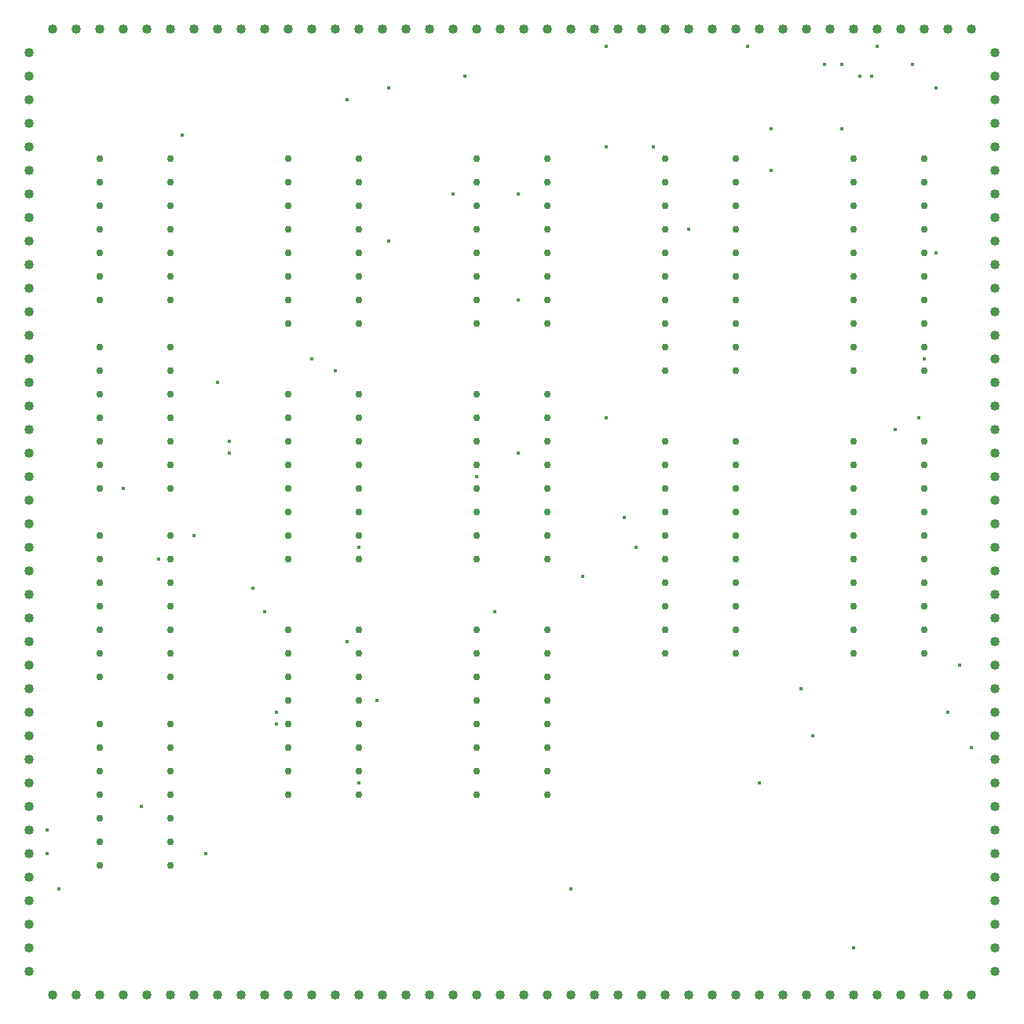
<source format=gbr>
G04 PROTEUS GERBER X2 FILE*
%TF.GenerationSoftware,Labcenter,Proteus,8.13-SP0-Build31525*%
%TF.CreationDate,2022-07-18T15:56:52+00:00*%
%TF.FileFunction,Plated,1,2,PTH*%
%TF.FilePolarity,Positive*%
%TF.Part,Single*%
%TF.SameCoordinates,{834004b6-de26-4565-9fcf-6b40b17824ff}*%
%FSLAX45Y45*%
%MOMM*%
G01*
%TA.AperFunction,ViaDrill*%
%ADD30C,0.381000*%
%TA.AperFunction,ComponentDrill*%
%ADD31C,1.016000*%
%TA.AperFunction,ComponentDrill*%
%ADD32C,0.762000*%
%TD.AperFunction*%
D30*
X+2794000Y+3873500D03*
X+2794000Y+3429000D03*
X+3365500Y+4572000D03*
X+3556000Y+4572000D03*
X+3556000Y+3873500D03*
X-2159000Y+1397000D03*
X-1905000Y+1270000D03*
X+4445000Y+1397000D03*
X-1778000Y+4191000D03*
X+4572000Y+2540000D03*
X+4572000Y+4318000D03*
X+3873500Y+4445000D03*
X+4318000Y+4572000D03*
X+1333500Y-635000D03*
X-1651000Y-635000D03*
X-2794000Y-1079500D03*
X+2667000Y-3175000D03*
X-1651000Y-3175000D03*
X+63500Y+2032000D03*
X+63500Y+3175000D03*
X+1905000Y+2794000D03*
X-190500Y-1333500D03*
X-2667000Y-1333500D03*
X+1016000Y+4762500D03*
X+1206500Y-317500D03*
X-3429000Y-508000D03*
X-3810000Y-762000D03*
X-3175000Y+1143000D03*
X-3048000Y+381000D03*
X-3048000Y+508000D03*
X-4889500Y-4318000D03*
X+635000Y-4318000D03*
X-1778000Y-1651000D03*
X+3111500Y-2159000D03*
X+3238500Y-2667000D03*
X-508000Y+4445000D03*
X+3746500Y+4445000D03*
X+1016000Y+3683000D03*
X+1524000Y+3683000D03*
X+2540000Y+4762500D03*
X+3937000Y+4762500D03*
X+4127500Y+635000D03*
X-381000Y+127000D03*
X+1016000Y+762000D03*
X+4381500Y+762000D03*
X+4699000Y-2413000D03*
X+4953000Y-2794000D03*
X-3302000Y-3937000D03*
X-5016500Y-3937000D03*
X-4000500Y-3429000D03*
X-5016500Y-3683000D03*
X+3683000Y-4953000D03*
X+762000Y-952500D03*
X-4191000Y+0D03*
X-3556000Y+3810000D03*
X-1333500Y+4318000D03*
X-1333500Y+2667000D03*
X+63500Y+381000D03*
X+4826000Y-1905000D03*
X-2540000Y-2413000D03*
X-635000Y+3175000D03*
X-2540000Y-2540000D03*
X-1460500Y-2286000D03*
D31*
X-2921000Y+4953000D03*
X-2667000Y+4953000D03*
X-2413000Y+4953000D03*
X-2159000Y+4953000D03*
X-1905000Y+4953000D03*
X-1651000Y+4953000D03*
X-1397000Y+4953000D03*
X-1143000Y+4953000D03*
X-889000Y+4953000D03*
X-635000Y+4953000D03*
X-381000Y+4953000D03*
X-127000Y+4953000D03*
X+127000Y+4953000D03*
X+381000Y+4953000D03*
X+635000Y+4953000D03*
X+889000Y+4953000D03*
X+1143000Y+4953000D03*
X+1397000Y+4953000D03*
X+1651000Y+4953000D03*
X+1905000Y+4953000D03*
X+2159000Y+4953000D03*
X+2413000Y+4953000D03*
X+2667000Y+4953000D03*
X+2921000Y+4953000D03*
X+3175000Y+4953000D03*
X+3429000Y+4953000D03*
X+3683000Y+4953000D03*
X+3937000Y+4953000D03*
X+4191000Y+4953000D03*
X+4445000Y+4953000D03*
X+4699000Y+4953000D03*
X+4953000Y+4953000D03*
X-4953000Y+4953000D03*
X-4699000Y+4953000D03*
X-4445000Y+4953000D03*
X-4191000Y+4953000D03*
X-3937000Y+4953000D03*
X-3683000Y+4953000D03*
X-3429000Y+4953000D03*
X-3175000Y+4953000D03*
X-4953000Y-5461000D03*
X-4699000Y-5461000D03*
X-4445000Y-5461000D03*
X-4191000Y-5461000D03*
X-3937000Y-5461000D03*
X-3683000Y-5461000D03*
X-3429000Y-5461000D03*
X-3175000Y-5461000D03*
X-2921000Y-5461000D03*
X-2667000Y-5461000D03*
X-2413000Y-5461000D03*
X-2159000Y-5461000D03*
X-1905000Y-5461000D03*
X-1651000Y-5461000D03*
X-1397000Y-5461000D03*
X-1143000Y-5461000D03*
X-889000Y-5461000D03*
X-635000Y-5461000D03*
X-381000Y-5461000D03*
X-127000Y-5461000D03*
X+127000Y-5461000D03*
X+381000Y-5461000D03*
X+635000Y-5461000D03*
X+889000Y-5461000D03*
X+1143000Y-5461000D03*
X+1397000Y-5461000D03*
X+1651000Y-5461000D03*
X+1905000Y-5461000D03*
X+2159000Y-5461000D03*
X+2413000Y-5461000D03*
X+2667000Y-5461000D03*
X+2921000Y-5461000D03*
X+3175000Y-5461000D03*
X+3429000Y-5461000D03*
X+3683000Y-5461000D03*
X+3937000Y-5461000D03*
X+4191000Y-5461000D03*
X+4445000Y-5461000D03*
X+4699000Y-5461000D03*
X+4953000Y-5461000D03*
X-5207000Y+4699000D03*
X-5207000Y+4445000D03*
X-5207000Y+4191000D03*
X-5207000Y+3937000D03*
X-5207000Y+3683000D03*
X-5207000Y+3429000D03*
X-5207000Y+3175000D03*
X-5207000Y+2921000D03*
X-5207000Y+2667000D03*
X-5207000Y+2413000D03*
X-5207000Y+2159000D03*
X-5207000Y+1905000D03*
X-5207000Y+1651000D03*
X-5207000Y+1397000D03*
X-5207000Y+1143000D03*
X-5207000Y+889000D03*
X-5207000Y+635000D03*
X-5207000Y+381000D03*
X-5207000Y+127000D03*
X-5207000Y-127000D03*
X-5207000Y-381000D03*
X-5207000Y-635000D03*
X-5207000Y-889000D03*
X-5207000Y-1143000D03*
X-5207000Y-1397000D03*
X-5207000Y-1651000D03*
X-5207000Y-1905000D03*
X-5207000Y-2159000D03*
X-5207000Y-2413000D03*
X-5207000Y-2667000D03*
X-5207000Y-2921000D03*
X-5207000Y-3175000D03*
X-5207000Y-3429000D03*
X-5207000Y-3683000D03*
X-5207000Y-3937000D03*
X-5207000Y-4191000D03*
X-5207000Y-4445000D03*
X-5207000Y-4699000D03*
X-5207000Y-4953000D03*
X-5207000Y-5207000D03*
X+5207000Y+4699000D03*
X+5207000Y+4445000D03*
X+5207000Y+4191000D03*
X+5207000Y+3937000D03*
X+5207000Y+3683000D03*
X+5207000Y+3429000D03*
X+5207000Y+3175000D03*
X+5207000Y+2921000D03*
X+5207000Y+2667000D03*
X+5207000Y+2413000D03*
X+5207000Y+2159000D03*
X+5207000Y+1905000D03*
X+5207000Y+1651000D03*
X+5207000Y+1397000D03*
X+5207000Y+1143000D03*
X+5207000Y+889000D03*
X+5207000Y+635000D03*
X+5207000Y+381000D03*
X+5207000Y+127000D03*
X+5207000Y-127000D03*
X+5207000Y-381000D03*
X+5207000Y-635000D03*
X+5207000Y-889000D03*
X+5207000Y-1143000D03*
X+5207000Y-1397000D03*
X+5207000Y-1651000D03*
X+5207000Y-1905000D03*
X+5207000Y-2159000D03*
X+5207000Y-2413000D03*
X+5207000Y-2667000D03*
X+5207000Y-2921000D03*
X+5207000Y-3175000D03*
X+5207000Y-3429000D03*
X+5207000Y-3683000D03*
X+5207000Y-3937000D03*
X+5207000Y-4191000D03*
X+5207000Y-4445000D03*
X+5207000Y-4699000D03*
X+5207000Y-4953000D03*
X+5207000Y-5207000D03*
D32*
X-4445000Y+3556000D03*
X-4445000Y+3302000D03*
X-4445000Y+3048000D03*
X-4445000Y+2794000D03*
X-4445000Y+2540000D03*
X-4445000Y+2286000D03*
X-4445000Y+2032000D03*
X-3683000Y+2032000D03*
X-3683000Y+2286000D03*
X-3683000Y+2540000D03*
X-3683000Y+2794000D03*
X-3683000Y+3048000D03*
X-3683000Y+3302000D03*
X-3683000Y+3556000D03*
X-4445000Y+1524000D03*
X-4445000Y+1270000D03*
X-4445000Y+1016000D03*
X-4445000Y+762000D03*
X-4445000Y+508000D03*
X-4445000Y+254000D03*
X-4445000Y+0D03*
X-3683000Y+0D03*
X-3683000Y+254000D03*
X-3683000Y+508000D03*
X-3683000Y+762000D03*
X-3683000Y+1016000D03*
X-3683000Y+1270000D03*
X-3683000Y+1524000D03*
X-4445000Y-508000D03*
X-4445000Y-762000D03*
X-4445000Y-1016000D03*
X-4445000Y-1270000D03*
X-4445000Y-1524000D03*
X-4445000Y-1778000D03*
X-4445000Y-2032000D03*
X-3683000Y-2032000D03*
X-3683000Y-1778000D03*
X-3683000Y-1524000D03*
X-3683000Y-1270000D03*
X-3683000Y-1016000D03*
X-3683000Y-762000D03*
X-3683000Y-508000D03*
X-4445000Y-2540000D03*
X-4445000Y-2794000D03*
X-4445000Y-3048000D03*
X-4445000Y-3302000D03*
X-4445000Y-3556000D03*
X-4445000Y-3810000D03*
X-4445000Y-4064000D03*
X-3683000Y-4064000D03*
X-3683000Y-3810000D03*
X-3683000Y-3556000D03*
X-3683000Y-3302000D03*
X-3683000Y-3048000D03*
X-3683000Y-2794000D03*
X-3683000Y-2540000D03*
X-2413000Y+3556000D03*
X-2413000Y+3302000D03*
X-2413000Y+3048000D03*
X-2413000Y+2794000D03*
X-2413000Y+2540000D03*
X-2413000Y+2286000D03*
X-2413000Y+2032000D03*
X-2413000Y+1778000D03*
X-1651000Y+1778000D03*
X-1651000Y+2032000D03*
X-1651000Y+2286000D03*
X-1651000Y+2540000D03*
X-1651000Y+2794000D03*
X-1651000Y+3048000D03*
X-1651000Y+3302000D03*
X-1651000Y+3556000D03*
X-2413000Y+1016000D03*
X-2413000Y+762000D03*
X-2413000Y+508000D03*
X-2413000Y+254000D03*
X-2413000Y+0D03*
X-2413000Y-254000D03*
X-2413000Y-508000D03*
X-2413000Y-762000D03*
X-1651000Y-762000D03*
X-1651000Y-508000D03*
X-1651000Y-254000D03*
X-1651000Y+0D03*
X-1651000Y+254000D03*
X-1651000Y+508000D03*
X-1651000Y+762000D03*
X-1651000Y+1016000D03*
X-2413000Y-1524000D03*
X-2413000Y-1778000D03*
X-2413000Y-2032000D03*
X-2413000Y-2286000D03*
X-2413000Y-2540000D03*
X-2413000Y-2794000D03*
X-2413000Y-3048000D03*
X-2413000Y-3302000D03*
X-1651000Y-3302000D03*
X-1651000Y-3048000D03*
X-1651000Y-2794000D03*
X-1651000Y-2540000D03*
X-1651000Y-2286000D03*
X-1651000Y-2032000D03*
X-1651000Y-1778000D03*
X-1651000Y-1524000D03*
X-381000Y+3556000D03*
X-381000Y+3302000D03*
X-381000Y+3048000D03*
X-381000Y+2794000D03*
X-381000Y+2540000D03*
X-381000Y+2286000D03*
X-381000Y+2032000D03*
X-381000Y+1778000D03*
X+381000Y+1778000D03*
X+381000Y+2032000D03*
X+381000Y+2286000D03*
X+381000Y+2540000D03*
X+381000Y+2794000D03*
X+381000Y+3048000D03*
X+381000Y+3302000D03*
X+381000Y+3556000D03*
X-381000Y+1016000D03*
X-381000Y+762000D03*
X-381000Y+508000D03*
X-381000Y+254000D03*
X-381000Y+0D03*
X-381000Y-254000D03*
X-381000Y-508000D03*
X-381000Y-762000D03*
X+381000Y-762000D03*
X+381000Y-508000D03*
X+381000Y-254000D03*
X+381000Y+0D03*
X+381000Y+254000D03*
X+381000Y+508000D03*
X+381000Y+762000D03*
X+381000Y+1016000D03*
X-381000Y-1524000D03*
X-381000Y-1778000D03*
X-381000Y-2032000D03*
X-381000Y-2286000D03*
X-381000Y-2540000D03*
X-381000Y-2794000D03*
X-381000Y-3048000D03*
X-381000Y-3302000D03*
X+381000Y-3302000D03*
X+381000Y-3048000D03*
X+381000Y-2794000D03*
X+381000Y-2540000D03*
X+381000Y-2286000D03*
X+381000Y-2032000D03*
X+381000Y-1778000D03*
X+381000Y-1524000D03*
X+1651000Y+3556000D03*
X+1651000Y+3302000D03*
X+1651000Y+3048000D03*
X+1651000Y+2794000D03*
X+1651000Y+2540000D03*
X+1651000Y+2286000D03*
X+1651000Y+2032000D03*
X+1651000Y+1778000D03*
X+1651000Y+1524000D03*
X+1651000Y+1270000D03*
X+2413000Y+1270000D03*
X+2413000Y+1524000D03*
X+2413000Y+1778000D03*
X+2413000Y+2032000D03*
X+2413000Y+2286000D03*
X+2413000Y+2540000D03*
X+2413000Y+2794000D03*
X+2413000Y+3048000D03*
X+2413000Y+3302000D03*
X+2413000Y+3556000D03*
X+1651000Y+508000D03*
X+1651000Y+254000D03*
X+1651000Y+0D03*
X+1651000Y-254000D03*
X+1651000Y-508000D03*
X+1651000Y-762000D03*
X+1651000Y-1016000D03*
X+1651000Y-1270000D03*
X+1651000Y-1524000D03*
X+1651000Y-1778000D03*
X+2413000Y-1778000D03*
X+2413000Y-1524000D03*
X+2413000Y-1270000D03*
X+2413000Y-1016000D03*
X+2413000Y-762000D03*
X+2413000Y-508000D03*
X+2413000Y-254000D03*
X+2413000Y+0D03*
X+2413000Y+254000D03*
X+2413000Y+508000D03*
X+3683000Y+3556000D03*
X+3683000Y+3302000D03*
X+3683000Y+3048000D03*
X+3683000Y+2794000D03*
X+3683000Y+2540000D03*
X+3683000Y+2286000D03*
X+3683000Y+2032000D03*
X+3683000Y+1778000D03*
X+3683000Y+1524000D03*
X+3683000Y+1270000D03*
X+4445000Y+1270000D03*
X+4445000Y+1524000D03*
X+4445000Y+1778000D03*
X+4445000Y+2032000D03*
X+4445000Y+2286000D03*
X+4445000Y+2540000D03*
X+4445000Y+2794000D03*
X+4445000Y+3048000D03*
X+4445000Y+3302000D03*
X+4445000Y+3556000D03*
X+3683000Y+508000D03*
X+3683000Y+254000D03*
X+3683000Y+0D03*
X+3683000Y-254000D03*
X+3683000Y-508000D03*
X+3683000Y-762000D03*
X+3683000Y-1016000D03*
X+3683000Y-1270000D03*
X+3683000Y-1524000D03*
X+3683000Y-1778000D03*
X+4445000Y-1778000D03*
X+4445000Y-1524000D03*
X+4445000Y-1270000D03*
X+4445000Y-1016000D03*
X+4445000Y-762000D03*
X+4445000Y-508000D03*
X+4445000Y-254000D03*
X+4445000Y+0D03*
X+4445000Y+254000D03*
X+4445000Y+508000D03*
M02*

</source>
